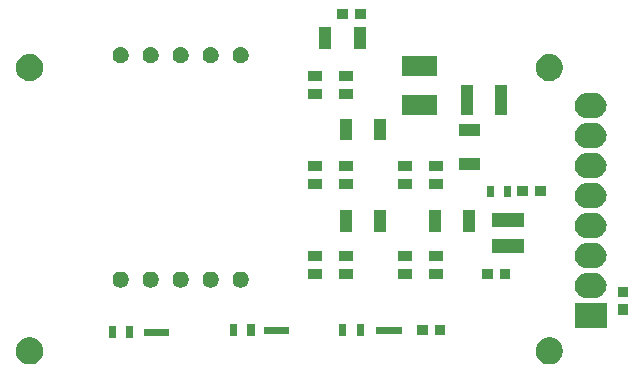
<source format=gts>
G04 #@! TF.GenerationSoftware,KiCad,Pcbnew,(5.1.4)-1*
G04 #@! TF.CreationDate,2020-02-23T17:45:57-05:00*
G04 #@! TF.ProjectId,Dash_Warning_Panel,44617368-5f57-4617-926e-696e675f5061,rev?*
G04 #@! TF.SameCoordinates,Original*
G04 #@! TF.FileFunction,Soldermask,Top*
G04 #@! TF.FilePolarity,Negative*
%FSLAX46Y46*%
G04 Gerber Fmt 4.6, Leading zero omitted, Abs format (unit mm)*
G04 Created by KiCad (PCBNEW (5.1.4)-1) date 2020-02-23 17:45:57*
%MOMM*%
%LPD*%
G04 APERTURE LIST*
%ADD10C,0.100000*%
G04 APERTURE END LIST*
D10*
G36*
X216335675Y-138893424D02*
G01*
X216422425Y-138929357D01*
X216545108Y-138980174D01*
X216733592Y-139106115D01*
X216893885Y-139266408D01*
X217019826Y-139454892D01*
X217070643Y-139577575D01*
X217106576Y-139664325D01*
X217150800Y-139886655D01*
X217150800Y-140113345D01*
X217106576Y-140335675D01*
X217070643Y-140422425D01*
X217019826Y-140545108D01*
X216893885Y-140733592D01*
X216733592Y-140893885D01*
X216545108Y-141019826D01*
X216422425Y-141070643D01*
X216335675Y-141106576D01*
X216113345Y-141150800D01*
X215886655Y-141150800D01*
X215664325Y-141106576D01*
X215577575Y-141070643D01*
X215454892Y-141019826D01*
X215266408Y-140893885D01*
X215106115Y-140733592D01*
X214980174Y-140545108D01*
X214929357Y-140422425D01*
X214893424Y-140335675D01*
X214849200Y-140113345D01*
X214849200Y-139886655D01*
X214893424Y-139664325D01*
X214929357Y-139577575D01*
X214980174Y-139454892D01*
X215106115Y-139266408D01*
X215266408Y-139106115D01*
X215454892Y-138980174D01*
X215577575Y-138929357D01*
X215664325Y-138893424D01*
X215886655Y-138849200D01*
X216113345Y-138849200D01*
X216335675Y-138893424D01*
X216335675Y-138893424D01*
G37*
G36*
X172335675Y-138893424D02*
G01*
X172422425Y-138929357D01*
X172545108Y-138980174D01*
X172733592Y-139106115D01*
X172893885Y-139266408D01*
X173019826Y-139454892D01*
X173070643Y-139577575D01*
X173106576Y-139664325D01*
X173150800Y-139886655D01*
X173150800Y-140113345D01*
X173106576Y-140335675D01*
X173070643Y-140422425D01*
X173019826Y-140545108D01*
X172893885Y-140733592D01*
X172733592Y-140893885D01*
X172545108Y-141019826D01*
X172422425Y-141070643D01*
X172335675Y-141106576D01*
X172113345Y-141150800D01*
X171886655Y-141150800D01*
X171664325Y-141106576D01*
X171577575Y-141070643D01*
X171454892Y-141019826D01*
X171266408Y-140893885D01*
X171106115Y-140733592D01*
X170980174Y-140545108D01*
X170929357Y-140422425D01*
X170893424Y-140335675D01*
X170849200Y-140113345D01*
X170849200Y-139886655D01*
X170893424Y-139664325D01*
X170929357Y-139577575D01*
X170980174Y-139454892D01*
X171106115Y-139266408D01*
X171266408Y-139106115D01*
X171454892Y-138980174D01*
X171577575Y-138929357D01*
X171664325Y-138893424D01*
X171886655Y-138849200D01*
X172113345Y-138849200D01*
X172335675Y-138893424D01*
X172335675Y-138893424D01*
G37*
G36*
X179300800Y-138930800D02*
G01*
X178699200Y-138930800D01*
X178699200Y-137929200D01*
X179300800Y-137929200D01*
X179300800Y-138930800D01*
X179300800Y-138930800D01*
G37*
G36*
X180800800Y-138930800D02*
G01*
X180199200Y-138930800D01*
X180199200Y-137929200D01*
X180800800Y-137929200D01*
X180800800Y-138930800D01*
X180800800Y-138930800D01*
G37*
G36*
X191050800Y-138750800D02*
G01*
X190449200Y-138750800D01*
X190449200Y-137749200D01*
X191050800Y-137749200D01*
X191050800Y-138750800D01*
X191050800Y-138750800D01*
G37*
G36*
X189550800Y-138750800D02*
G01*
X188949200Y-138750800D01*
X188949200Y-137749200D01*
X189550800Y-137749200D01*
X189550800Y-138750800D01*
X189550800Y-138750800D01*
G37*
G36*
X198800800Y-138750800D02*
G01*
X198199200Y-138750800D01*
X198199200Y-137749200D01*
X198800800Y-137749200D01*
X198800800Y-138750800D01*
X198800800Y-138750800D01*
G37*
G36*
X200300800Y-138750800D02*
G01*
X199699200Y-138750800D01*
X199699200Y-137749200D01*
X200300800Y-137749200D01*
X200300800Y-138750800D01*
X200300800Y-138750800D01*
G37*
G36*
X183820800Y-138730800D02*
G01*
X181679200Y-138730800D01*
X181679200Y-138129200D01*
X183820800Y-138129200D01*
X183820800Y-138730800D01*
X183820800Y-138730800D01*
G37*
G36*
X207200800Y-138675800D02*
G01*
X206299200Y-138675800D01*
X206299200Y-137824200D01*
X207200800Y-137824200D01*
X207200800Y-138675800D01*
X207200800Y-138675800D01*
G37*
G36*
X205700800Y-138675800D02*
G01*
X204799200Y-138675800D01*
X204799200Y-137824200D01*
X205700800Y-137824200D01*
X205700800Y-138675800D01*
X205700800Y-138675800D01*
G37*
G36*
X203505800Y-138550800D02*
G01*
X201364200Y-138550800D01*
X201364200Y-137949200D01*
X203505800Y-137949200D01*
X203505800Y-138550800D01*
X203505800Y-138550800D01*
G37*
G36*
X193980800Y-138550800D02*
G01*
X191839200Y-138550800D01*
X191839200Y-137949200D01*
X193980800Y-137949200D01*
X193980800Y-138550800D01*
X193980800Y-138550800D01*
G37*
G36*
X220850800Y-138050800D02*
G01*
X218149200Y-138050800D01*
X218149200Y-135949200D01*
X220850800Y-135949200D01*
X220850800Y-138050800D01*
X220850800Y-138050800D01*
G37*
G36*
X222675800Y-136950800D02*
G01*
X221824200Y-136950800D01*
X221824200Y-136049200D01*
X222675800Y-136049200D01*
X222675800Y-136950800D01*
X222675800Y-136950800D01*
G37*
G36*
X220005991Y-133424404D02*
G01*
X220204072Y-133484491D01*
X220386617Y-133582064D01*
X220546623Y-133713377D01*
X220677936Y-133873383D01*
X220775509Y-134055928D01*
X220835596Y-134254009D01*
X220855884Y-134460000D01*
X220835596Y-134665991D01*
X220775509Y-134864072D01*
X220677936Y-135046617D01*
X220546623Y-135206623D01*
X220386617Y-135337936D01*
X220204072Y-135435509D01*
X220005991Y-135495596D01*
X219851621Y-135510800D01*
X219148379Y-135510800D01*
X218994009Y-135495596D01*
X218795928Y-135435509D01*
X218613383Y-135337936D01*
X218453377Y-135206623D01*
X218322064Y-135046617D01*
X218224491Y-134864072D01*
X218164404Y-134665991D01*
X218144116Y-134460000D01*
X218164404Y-134254009D01*
X218224491Y-134055928D01*
X218322064Y-133873383D01*
X218453377Y-133713377D01*
X218613383Y-133582064D01*
X218795928Y-133484491D01*
X218994009Y-133424404D01*
X219148379Y-133409200D01*
X219851621Y-133409200D01*
X220005991Y-133424404D01*
X220005991Y-133424404D01*
G37*
G36*
X222675800Y-135450800D02*
G01*
X221824200Y-135450800D01*
X221824200Y-134549200D01*
X222675800Y-134549200D01*
X222675800Y-135450800D01*
X222675800Y-135450800D01*
G37*
G36*
X190062123Y-133310170D02*
G01*
X190185110Y-133361113D01*
X190295796Y-133435071D01*
X190389929Y-133529204D01*
X190463887Y-133639890D01*
X190514830Y-133762877D01*
X190540800Y-133893438D01*
X190540800Y-134026562D01*
X190514830Y-134157123D01*
X190463887Y-134280110D01*
X190389929Y-134390796D01*
X190295796Y-134484929D01*
X190185110Y-134558887D01*
X190062123Y-134609830D01*
X189931562Y-134635800D01*
X189798438Y-134635800D01*
X189667877Y-134609830D01*
X189544890Y-134558887D01*
X189434204Y-134484929D01*
X189340071Y-134390796D01*
X189266113Y-134280110D01*
X189215170Y-134157123D01*
X189189200Y-134026562D01*
X189189200Y-133893438D01*
X189215170Y-133762877D01*
X189266113Y-133639890D01*
X189340071Y-133529204D01*
X189434204Y-133435071D01*
X189544890Y-133361113D01*
X189667877Y-133310170D01*
X189798438Y-133284200D01*
X189931562Y-133284200D01*
X190062123Y-133310170D01*
X190062123Y-133310170D01*
G37*
G36*
X179902123Y-133310170D02*
G01*
X180025110Y-133361113D01*
X180135796Y-133435071D01*
X180229929Y-133529204D01*
X180303887Y-133639890D01*
X180354830Y-133762877D01*
X180380800Y-133893438D01*
X180380800Y-134026562D01*
X180354830Y-134157123D01*
X180303887Y-134280110D01*
X180229929Y-134390796D01*
X180135796Y-134484929D01*
X180025110Y-134558887D01*
X179902123Y-134609830D01*
X179771562Y-134635800D01*
X179638438Y-134635800D01*
X179507877Y-134609830D01*
X179384890Y-134558887D01*
X179274204Y-134484929D01*
X179180071Y-134390796D01*
X179106113Y-134280110D01*
X179055170Y-134157123D01*
X179029200Y-134026562D01*
X179029200Y-133893438D01*
X179055170Y-133762877D01*
X179106113Y-133639890D01*
X179180071Y-133529204D01*
X179274204Y-133435071D01*
X179384890Y-133361113D01*
X179507877Y-133310170D01*
X179638438Y-133284200D01*
X179771562Y-133284200D01*
X179902123Y-133310170D01*
X179902123Y-133310170D01*
G37*
G36*
X184982123Y-133310170D02*
G01*
X185105110Y-133361113D01*
X185215796Y-133435071D01*
X185309929Y-133529204D01*
X185383887Y-133639890D01*
X185434830Y-133762877D01*
X185460800Y-133893438D01*
X185460800Y-134026562D01*
X185434830Y-134157123D01*
X185383887Y-134280110D01*
X185309929Y-134390796D01*
X185215796Y-134484929D01*
X185105110Y-134558887D01*
X184982123Y-134609830D01*
X184851562Y-134635800D01*
X184718438Y-134635800D01*
X184587877Y-134609830D01*
X184464890Y-134558887D01*
X184354204Y-134484929D01*
X184260071Y-134390796D01*
X184186113Y-134280110D01*
X184135170Y-134157123D01*
X184109200Y-134026562D01*
X184109200Y-133893438D01*
X184135170Y-133762877D01*
X184186113Y-133639890D01*
X184260071Y-133529204D01*
X184354204Y-133435071D01*
X184464890Y-133361113D01*
X184587877Y-133310170D01*
X184718438Y-133284200D01*
X184851562Y-133284200D01*
X184982123Y-133310170D01*
X184982123Y-133310170D01*
G37*
G36*
X187522123Y-133310170D02*
G01*
X187645110Y-133361113D01*
X187755796Y-133435071D01*
X187849929Y-133529204D01*
X187923887Y-133639890D01*
X187974830Y-133762877D01*
X188000800Y-133893438D01*
X188000800Y-134026562D01*
X187974830Y-134157123D01*
X187923887Y-134280110D01*
X187849929Y-134390796D01*
X187755796Y-134484929D01*
X187645110Y-134558887D01*
X187522123Y-134609830D01*
X187391562Y-134635800D01*
X187258438Y-134635800D01*
X187127877Y-134609830D01*
X187004890Y-134558887D01*
X186894204Y-134484929D01*
X186800071Y-134390796D01*
X186726113Y-134280110D01*
X186675170Y-134157123D01*
X186649200Y-134026562D01*
X186649200Y-133893438D01*
X186675170Y-133762877D01*
X186726113Y-133639890D01*
X186800071Y-133529204D01*
X186894204Y-133435071D01*
X187004890Y-133361113D01*
X187127877Y-133310170D01*
X187258438Y-133284200D01*
X187391562Y-133284200D01*
X187522123Y-133310170D01*
X187522123Y-133310170D01*
G37*
G36*
X182442123Y-133310170D02*
G01*
X182565110Y-133361113D01*
X182675796Y-133435071D01*
X182769929Y-133529204D01*
X182843887Y-133639890D01*
X182894830Y-133762877D01*
X182920800Y-133893438D01*
X182920800Y-134026562D01*
X182894830Y-134157123D01*
X182843887Y-134280110D01*
X182769929Y-134390796D01*
X182675796Y-134484929D01*
X182565110Y-134558887D01*
X182442123Y-134609830D01*
X182311562Y-134635800D01*
X182178438Y-134635800D01*
X182047877Y-134609830D01*
X181924890Y-134558887D01*
X181814204Y-134484929D01*
X181720071Y-134390796D01*
X181646113Y-134280110D01*
X181595170Y-134157123D01*
X181569200Y-134026562D01*
X181569200Y-133893438D01*
X181595170Y-133762877D01*
X181646113Y-133639890D01*
X181720071Y-133529204D01*
X181814204Y-133435071D01*
X181924890Y-133361113D01*
X182047877Y-133310170D01*
X182178438Y-133284200D01*
X182311562Y-133284200D01*
X182442123Y-133310170D01*
X182442123Y-133310170D01*
G37*
G36*
X212700800Y-133925800D02*
G01*
X211799200Y-133925800D01*
X211799200Y-133074200D01*
X212700800Y-133074200D01*
X212700800Y-133925800D01*
X212700800Y-133925800D01*
G37*
G36*
X211200800Y-133925800D02*
G01*
X210299200Y-133925800D01*
X210299200Y-133074200D01*
X211200800Y-133074200D01*
X211200800Y-133925800D01*
X211200800Y-133925800D01*
G37*
G36*
X207005800Y-133890800D02*
G01*
X205804200Y-133890800D01*
X205804200Y-133039200D01*
X207005800Y-133039200D01*
X207005800Y-133890800D01*
X207005800Y-133890800D01*
G37*
G36*
X204405800Y-133890800D02*
G01*
X203204200Y-133890800D01*
X203204200Y-133039200D01*
X204405800Y-133039200D01*
X204405800Y-133890800D01*
X204405800Y-133890800D01*
G37*
G36*
X199385800Y-133890800D02*
G01*
X198184200Y-133890800D01*
X198184200Y-133039200D01*
X199385800Y-133039200D01*
X199385800Y-133890800D01*
X199385800Y-133890800D01*
G37*
G36*
X196785800Y-133890800D02*
G01*
X195584200Y-133890800D01*
X195584200Y-133039200D01*
X196785800Y-133039200D01*
X196785800Y-133890800D01*
X196785800Y-133890800D01*
G37*
G36*
X220005991Y-130884404D02*
G01*
X220204072Y-130944491D01*
X220386617Y-131042064D01*
X220546623Y-131173377D01*
X220677936Y-131333383D01*
X220775509Y-131515928D01*
X220835596Y-131714009D01*
X220855884Y-131920000D01*
X220835596Y-132125991D01*
X220775509Y-132324072D01*
X220677936Y-132506617D01*
X220546623Y-132666623D01*
X220386617Y-132797936D01*
X220204072Y-132895509D01*
X220005991Y-132955596D01*
X219851621Y-132970800D01*
X219148379Y-132970800D01*
X218994009Y-132955596D01*
X218795928Y-132895509D01*
X218613383Y-132797936D01*
X218453377Y-132666623D01*
X218322064Y-132506617D01*
X218224491Y-132324072D01*
X218164404Y-132125991D01*
X218144116Y-131920000D01*
X218164404Y-131714009D01*
X218224491Y-131515928D01*
X218322064Y-131333383D01*
X218453377Y-131173377D01*
X218613383Y-131042064D01*
X218795928Y-130944491D01*
X218994009Y-130884404D01*
X219148379Y-130869200D01*
X219851621Y-130869200D01*
X220005991Y-130884404D01*
X220005991Y-130884404D01*
G37*
G36*
X207005800Y-132390800D02*
G01*
X205804200Y-132390800D01*
X205804200Y-131539200D01*
X207005800Y-131539200D01*
X207005800Y-132390800D01*
X207005800Y-132390800D01*
G37*
G36*
X204405800Y-132390800D02*
G01*
X203204200Y-132390800D01*
X203204200Y-131539200D01*
X204405800Y-131539200D01*
X204405800Y-132390800D01*
X204405800Y-132390800D01*
G37*
G36*
X196785800Y-132390800D02*
G01*
X195584200Y-132390800D01*
X195584200Y-131539200D01*
X196785800Y-131539200D01*
X196785800Y-132390800D01*
X196785800Y-132390800D01*
G37*
G36*
X199385800Y-132390800D02*
G01*
X198184200Y-132390800D01*
X198184200Y-131539200D01*
X199385800Y-131539200D01*
X199385800Y-132390800D01*
X199385800Y-132390800D01*
G37*
G36*
X213825800Y-131680800D02*
G01*
X211174200Y-131680800D01*
X211174200Y-130519200D01*
X213825800Y-130519200D01*
X213825800Y-131680800D01*
X213825800Y-131680800D01*
G37*
G36*
X220005991Y-128344404D02*
G01*
X220204072Y-128404491D01*
X220386617Y-128502064D01*
X220546623Y-128633377D01*
X220677936Y-128793383D01*
X220775509Y-128975928D01*
X220835596Y-129174009D01*
X220855884Y-129380000D01*
X220835596Y-129585991D01*
X220775509Y-129784072D01*
X220677936Y-129966617D01*
X220546623Y-130126623D01*
X220386617Y-130257936D01*
X220204072Y-130355509D01*
X220005991Y-130415596D01*
X219851621Y-130430800D01*
X219148379Y-130430800D01*
X218994009Y-130415596D01*
X218795928Y-130355509D01*
X218613383Y-130257936D01*
X218453377Y-130126623D01*
X218322064Y-129966617D01*
X218224491Y-129784072D01*
X218164404Y-129585991D01*
X218144116Y-129380000D01*
X218164404Y-129174009D01*
X218224491Y-128975928D01*
X218322064Y-128793383D01*
X218453377Y-128633377D01*
X218613383Y-128502064D01*
X218795928Y-128404491D01*
X218994009Y-128344404D01*
X219148379Y-128329200D01*
X219851621Y-128329200D01*
X220005991Y-128344404D01*
X220005991Y-128344404D01*
G37*
G36*
X209700800Y-129900800D02*
G01*
X208699200Y-129900800D01*
X208699200Y-128099200D01*
X209700800Y-128099200D01*
X209700800Y-129900800D01*
X209700800Y-129900800D01*
G37*
G36*
X206800800Y-129900800D02*
G01*
X205799200Y-129900800D01*
X205799200Y-128099200D01*
X206800800Y-128099200D01*
X206800800Y-129900800D01*
X206800800Y-129900800D01*
G37*
G36*
X202200800Y-129900800D02*
G01*
X201199200Y-129900800D01*
X201199200Y-128099200D01*
X202200800Y-128099200D01*
X202200800Y-129900800D01*
X202200800Y-129900800D01*
G37*
G36*
X199300800Y-129900800D02*
G01*
X198299200Y-129900800D01*
X198299200Y-128099200D01*
X199300800Y-128099200D01*
X199300800Y-129900800D01*
X199300800Y-129900800D01*
G37*
G36*
X213825800Y-129480800D02*
G01*
X211174200Y-129480800D01*
X211174200Y-128319200D01*
X213825800Y-128319200D01*
X213825800Y-129480800D01*
X213825800Y-129480800D01*
G37*
G36*
X220005991Y-125804404D02*
G01*
X220204072Y-125864491D01*
X220386617Y-125962064D01*
X220546623Y-126093377D01*
X220677936Y-126253383D01*
X220775509Y-126435928D01*
X220835596Y-126634009D01*
X220855884Y-126840000D01*
X220835596Y-127045991D01*
X220775509Y-127244072D01*
X220677936Y-127426617D01*
X220546623Y-127586623D01*
X220386617Y-127717936D01*
X220204072Y-127815509D01*
X220005991Y-127875596D01*
X219851621Y-127890800D01*
X219148379Y-127890800D01*
X218994009Y-127875596D01*
X218795928Y-127815509D01*
X218613383Y-127717936D01*
X218453377Y-127586623D01*
X218322064Y-127426617D01*
X218224491Y-127244072D01*
X218164404Y-127045991D01*
X218144116Y-126840000D01*
X218164404Y-126634009D01*
X218224491Y-126435928D01*
X218322064Y-126253383D01*
X218453377Y-126093377D01*
X218613383Y-125962064D01*
X218795928Y-125864491D01*
X218994009Y-125804404D01*
X219148379Y-125789200D01*
X219851621Y-125789200D01*
X220005991Y-125804404D01*
X220005991Y-125804404D01*
G37*
G36*
X211300800Y-127000800D02*
G01*
X210699200Y-127000800D01*
X210699200Y-125999200D01*
X211300800Y-125999200D01*
X211300800Y-127000800D01*
X211300800Y-127000800D01*
G37*
G36*
X212800800Y-127000800D02*
G01*
X212199200Y-127000800D01*
X212199200Y-125999200D01*
X212800800Y-125999200D01*
X212800800Y-127000800D01*
X212800800Y-127000800D01*
G37*
G36*
X215700800Y-126925800D02*
G01*
X214799200Y-126925800D01*
X214799200Y-126074200D01*
X215700800Y-126074200D01*
X215700800Y-126925800D01*
X215700800Y-126925800D01*
G37*
G36*
X214200800Y-126925800D02*
G01*
X213299200Y-126925800D01*
X213299200Y-126074200D01*
X214200800Y-126074200D01*
X214200800Y-126925800D01*
X214200800Y-126925800D01*
G37*
G36*
X207005800Y-126270800D02*
G01*
X205804200Y-126270800D01*
X205804200Y-125419200D01*
X207005800Y-125419200D01*
X207005800Y-126270800D01*
X207005800Y-126270800D01*
G37*
G36*
X204405800Y-126270800D02*
G01*
X203204200Y-126270800D01*
X203204200Y-125419200D01*
X204405800Y-125419200D01*
X204405800Y-126270800D01*
X204405800Y-126270800D01*
G37*
G36*
X196785800Y-126270800D02*
G01*
X195584200Y-126270800D01*
X195584200Y-125419200D01*
X196785800Y-125419200D01*
X196785800Y-126270800D01*
X196785800Y-126270800D01*
G37*
G36*
X199385800Y-126270800D02*
G01*
X198184200Y-126270800D01*
X198184200Y-125419200D01*
X199385800Y-125419200D01*
X199385800Y-126270800D01*
X199385800Y-126270800D01*
G37*
G36*
X220005991Y-123264404D02*
G01*
X220204072Y-123324491D01*
X220386617Y-123422064D01*
X220546623Y-123553377D01*
X220677936Y-123713383D01*
X220775509Y-123895928D01*
X220835596Y-124094009D01*
X220855884Y-124300000D01*
X220835596Y-124505991D01*
X220775509Y-124704072D01*
X220677936Y-124886617D01*
X220546623Y-125046623D01*
X220386617Y-125177936D01*
X220204072Y-125275509D01*
X220005991Y-125335596D01*
X219851621Y-125350800D01*
X219148379Y-125350800D01*
X218994009Y-125335596D01*
X218795928Y-125275509D01*
X218613383Y-125177936D01*
X218453377Y-125046623D01*
X218322064Y-124886617D01*
X218224491Y-124704072D01*
X218164404Y-124505991D01*
X218144116Y-124300000D01*
X218164404Y-124094009D01*
X218224491Y-123895928D01*
X218322064Y-123713383D01*
X218453377Y-123553377D01*
X218613383Y-123422064D01*
X218795928Y-123324491D01*
X218994009Y-123264404D01*
X219148379Y-123249200D01*
X219851621Y-123249200D01*
X220005991Y-123264404D01*
X220005991Y-123264404D01*
G37*
G36*
X196785800Y-124770800D02*
G01*
X195584200Y-124770800D01*
X195584200Y-123919200D01*
X196785800Y-123919200D01*
X196785800Y-124770800D01*
X196785800Y-124770800D01*
G37*
G36*
X199385800Y-124770800D02*
G01*
X198184200Y-124770800D01*
X198184200Y-123919200D01*
X199385800Y-123919200D01*
X199385800Y-124770800D01*
X199385800Y-124770800D01*
G37*
G36*
X204405800Y-124770800D02*
G01*
X203204200Y-124770800D01*
X203204200Y-123919200D01*
X204405800Y-123919200D01*
X204405800Y-124770800D01*
X204405800Y-124770800D01*
G37*
G36*
X207005800Y-124770800D02*
G01*
X205804200Y-124770800D01*
X205804200Y-123919200D01*
X207005800Y-123919200D01*
X207005800Y-124770800D01*
X207005800Y-124770800D01*
G37*
G36*
X210150800Y-124700800D02*
G01*
X208349200Y-124700800D01*
X208349200Y-123699200D01*
X210150800Y-123699200D01*
X210150800Y-124700800D01*
X210150800Y-124700800D01*
G37*
G36*
X220005991Y-120724404D02*
G01*
X220204072Y-120784491D01*
X220386617Y-120882064D01*
X220546623Y-121013377D01*
X220677936Y-121173383D01*
X220775509Y-121355928D01*
X220835596Y-121554009D01*
X220855884Y-121760000D01*
X220835596Y-121965991D01*
X220775509Y-122164072D01*
X220677936Y-122346617D01*
X220546623Y-122506623D01*
X220386617Y-122637936D01*
X220204072Y-122735509D01*
X220005991Y-122795596D01*
X219851621Y-122810800D01*
X219148379Y-122810800D01*
X218994009Y-122795596D01*
X218795928Y-122735509D01*
X218613383Y-122637936D01*
X218453377Y-122506623D01*
X218322064Y-122346617D01*
X218224491Y-122164072D01*
X218164404Y-121965991D01*
X218144116Y-121760000D01*
X218164404Y-121554009D01*
X218224491Y-121355928D01*
X218322064Y-121173383D01*
X218453377Y-121013377D01*
X218613383Y-120882064D01*
X218795928Y-120784491D01*
X218994009Y-120724404D01*
X219148379Y-120709200D01*
X219851621Y-120709200D01*
X220005991Y-120724404D01*
X220005991Y-120724404D01*
G37*
G36*
X199300800Y-122150800D02*
G01*
X198299200Y-122150800D01*
X198299200Y-120349200D01*
X199300800Y-120349200D01*
X199300800Y-122150800D01*
X199300800Y-122150800D01*
G37*
G36*
X202200800Y-122150800D02*
G01*
X201199200Y-122150800D01*
X201199200Y-120349200D01*
X202200800Y-120349200D01*
X202200800Y-122150800D01*
X202200800Y-122150800D01*
G37*
G36*
X210150800Y-121800800D02*
G01*
X208349200Y-121800800D01*
X208349200Y-120799200D01*
X210150800Y-120799200D01*
X210150800Y-121800800D01*
X210150800Y-121800800D01*
G37*
G36*
X220005991Y-118184404D02*
G01*
X220204072Y-118244491D01*
X220386617Y-118342064D01*
X220546623Y-118473377D01*
X220677936Y-118633383D01*
X220775509Y-118815928D01*
X220835596Y-119014009D01*
X220855884Y-119220000D01*
X220835596Y-119425991D01*
X220775509Y-119624072D01*
X220677936Y-119806617D01*
X220546623Y-119966623D01*
X220386617Y-120097936D01*
X220204072Y-120195509D01*
X220005991Y-120255596D01*
X219851621Y-120270800D01*
X219148379Y-120270800D01*
X218994009Y-120255596D01*
X218795928Y-120195509D01*
X218613383Y-120097936D01*
X218453377Y-119966623D01*
X218322064Y-119806617D01*
X218224491Y-119624072D01*
X218164404Y-119425991D01*
X218144116Y-119220000D01*
X218164404Y-119014009D01*
X218224491Y-118815928D01*
X218322064Y-118633383D01*
X218453377Y-118473377D01*
X218613383Y-118342064D01*
X218795928Y-118244491D01*
X218994009Y-118184404D01*
X219148379Y-118169200D01*
X219851621Y-118169200D01*
X220005991Y-118184404D01*
X220005991Y-118184404D01*
G37*
G36*
X212450800Y-120050800D02*
G01*
X211449200Y-120050800D01*
X211449200Y-117449200D01*
X212450800Y-117449200D01*
X212450800Y-120050800D01*
X212450800Y-120050800D01*
G37*
G36*
X209550800Y-120050800D02*
G01*
X208549200Y-120050800D01*
X208549200Y-117449200D01*
X209550800Y-117449200D01*
X209550800Y-120050800D01*
X209550800Y-120050800D01*
G37*
G36*
X206500800Y-120000800D02*
G01*
X203499200Y-120000800D01*
X203499200Y-118299200D01*
X206500800Y-118299200D01*
X206500800Y-120000800D01*
X206500800Y-120000800D01*
G37*
G36*
X199385800Y-118650800D02*
G01*
X198184200Y-118650800D01*
X198184200Y-117799200D01*
X199385800Y-117799200D01*
X199385800Y-118650800D01*
X199385800Y-118650800D01*
G37*
G36*
X196785800Y-118650800D02*
G01*
X195584200Y-118650800D01*
X195584200Y-117799200D01*
X196785800Y-117799200D01*
X196785800Y-118650800D01*
X196785800Y-118650800D01*
G37*
G36*
X196785800Y-117150800D02*
G01*
X195584200Y-117150800D01*
X195584200Y-116299200D01*
X196785800Y-116299200D01*
X196785800Y-117150800D01*
X196785800Y-117150800D01*
G37*
G36*
X172335675Y-114893424D02*
G01*
X172422425Y-114929357D01*
X172545108Y-114980174D01*
X172733592Y-115106115D01*
X172893885Y-115266408D01*
X173019826Y-115454892D01*
X173062901Y-115558886D01*
X173106576Y-115664325D01*
X173150800Y-115886655D01*
X173150800Y-116113345D01*
X173106576Y-116335675D01*
X173070643Y-116422425D01*
X173019826Y-116545108D01*
X172893885Y-116733592D01*
X172733592Y-116893885D01*
X172545108Y-117019826D01*
X172422425Y-117070643D01*
X172335675Y-117106576D01*
X172113345Y-117150800D01*
X171886655Y-117150800D01*
X171664325Y-117106576D01*
X171577575Y-117070643D01*
X171454892Y-117019826D01*
X171266408Y-116893885D01*
X171106115Y-116733592D01*
X170980174Y-116545108D01*
X170929357Y-116422425D01*
X170893424Y-116335675D01*
X170849200Y-116113345D01*
X170849200Y-115886655D01*
X170893424Y-115664325D01*
X170937099Y-115558886D01*
X170980174Y-115454892D01*
X171106115Y-115266408D01*
X171266408Y-115106115D01*
X171454892Y-114980174D01*
X171577575Y-114929357D01*
X171664325Y-114893424D01*
X171886655Y-114849200D01*
X172113345Y-114849200D01*
X172335675Y-114893424D01*
X172335675Y-114893424D01*
G37*
G36*
X199385800Y-117150800D02*
G01*
X198184200Y-117150800D01*
X198184200Y-116299200D01*
X199385800Y-116299200D01*
X199385800Y-117150800D01*
X199385800Y-117150800D01*
G37*
G36*
X216335675Y-114893424D02*
G01*
X216422425Y-114929357D01*
X216545108Y-114980174D01*
X216733592Y-115106115D01*
X216893885Y-115266408D01*
X217019826Y-115454892D01*
X217062901Y-115558886D01*
X217106576Y-115664325D01*
X217150800Y-115886655D01*
X217150800Y-116113345D01*
X217106576Y-116335675D01*
X217070643Y-116422425D01*
X217019826Y-116545108D01*
X216893885Y-116733592D01*
X216733592Y-116893885D01*
X216545108Y-117019826D01*
X216422425Y-117070643D01*
X216335675Y-117106576D01*
X216113345Y-117150800D01*
X215886655Y-117150800D01*
X215664325Y-117106576D01*
X215577575Y-117070643D01*
X215454892Y-117019826D01*
X215266408Y-116893885D01*
X215106115Y-116733592D01*
X214980174Y-116545108D01*
X214929357Y-116422425D01*
X214893424Y-116335675D01*
X214849200Y-116113345D01*
X214849200Y-115886655D01*
X214893424Y-115664325D01*
X214937099Y-115558886D01*
X214980174Y-115454892D01*
X215106115Y-115266408D01*
X215266408Y-115106115D01*
X215454892Y-114980174D01*
X215577575Y-114929357D01*
X215664325Y-114893424D01*
X215886655Y-114849200D01*
X216113345Y-114849200D01*
X216335675Y-114893424D01*
X216335675Y-114893424D01*
G37*
G36*
X206500800Y-116700800D02*
G01*
X203499200Y-116700800D01*
X203499200Y-114999200D01*
X206500800Y-114999200D01*
X206500800Y-116700800D01*
X206500800Y-116700800D01*
G37*
G36*
X187522123Y-114310170D02*
G01*
X187645110Y-114361113D01*
X187755796Y-114435071D01*
X187849929Y-114529204D01*
X187923887Y-114639890D01*
X187974830Y-114762877D01*
X188000800Y-114893438D01*
X188000800Y-115026562D01*
X187974830Y-115157123D01*
X187923887Y-115280110D01*
X187849929Y-115390796D01*
X187755796Y-115484929D01*
X187645110Y-115558887D01*
X187522123Y-115609830D01*
X187391562Y-115635800D01*
X187258438Y-115635800D01*
X187127877Y-115609830D01*
X187004890Y-115558887D01*
X186894204Y-115484929D01*
X186800071Y-115390796D01*
X186726113Y-115280110D01*
X186675170Y-115157123D01*
X186649200Y-115026562D01*
X186649200Y-114893438D01*
X186675170Y-114762877D01*
X186726113Y-114639890D01*
X186800071Y-114529204D01*
X186894204Y-114435071D01*
X187004890Y-114361113D01*
X187127877Y-114310170D01*
X187258438Y-114284200D01*
X187391562Y-114284200D01*
X187522123Y-114310170D01*
X187522123Y-114310170D01*
G37*
G36*
X190062123Y-114310170D02*
G01*
X190185110Y-114361113D01*
X190295796Y-114435071D01*
X190389929Y-114529204D01*
X190463887Y-114639890D01*
X190514830Y-114762877D01*
X190540800Y-114893438D01*
X190540800Y-115026562D01*
X190514830Y-115157123D01*
X190463887Y-115280110D01*
X190389929Y-115390796D01*
X190295796Y-115484929D01*
X190185110Y-115558887D01*
X190062123Y-115609830D01*
X189931562Y-115635800D01*
X189798438Y-115635800D01*
X189667877Y-115609830D01*
X189544890Y-115558887D01*
X189434204Y-115484929D01*
X189340071Y-115390796D01*
X189266113Y-115280110D01*
X189215170Y-115157123D01*
X189189200Y-115026562D01*
X189189200Y-114893438D01*
X189215170Y-114762877D01*
X189266113Y-114639890D01*
X189340071Y-114529204D01*
X189434204Y-114435071D01*
X189544890Y-114361113D01*
X189667877Y-114310170D01*
X189798438Y-114284200D01*
X189931562Y-114284200D01*
X190062123Y-114310170D01*
X190062123Y-114310170D01*
G37*
G36*
X179902123Y-114310170D02*
G01*
X180025110Y-114361113D01*
X180135796Y-114435071D01*
X180229929Y-114529204D01*
X180303887Y-114639890D01*
X180354830Y-114762877D01*
X180380800Y-114893438D01*
X180380800Y-115026562D01*
X180354830Y-115157123D01*
X180303887Y-115280110D01*
X180229929Y-115390796D01*
X180135796Y-115484929D01*
X180025110Y-115558887D01*
X179902123Y-115609830D01*
X179771562Y-115635800D01*
X179638438Y-115635800D01*
X179507877Y-115609830D01*
X179384890Y-115558887D01*
X179274204Y-115484929D01*
X179180071Y-115390796D01*
X179106113Y-115280110D01*
X179055170Y-115157123D01*
X179029200Y-115026562D01*
X179029200Y-114893438D01*
X179055170Y-114762877D01*
X179106113Y-114639890D01*
X179180071Y-114529204D01*
X179274204Y-114435071D01*
X179384890Y-114361113D01*
X179507877Y-114310170D01*
X179638438Y-114284200D01*
X179771562Y-114284200D01*
X179902123Y-114310170D01*
X179902123Y-114310170D01*
G37*
G36*
X184982123Y-114310170D02*
G01*
X185105110Y-114361113D01*
X185215796Y-114435071D01*
X185309929Y-114529204D01*
X185383887Y-114639890D01*
X185434830Y-114762877D01*
X185460800Y-114893438D01*
X185460800Y-115026562D01*
X185434830Y-115157123D01*
X185383887Y-115280110D01*
X185309929Y-115390796D01*
X185215796Y-115484929D01*
X185105110Y-115558887D01*
X184982123Y-115609830D01*
X184851562Y-115635800D01*
X184718438Y-115635800D01*
X184587877Y-115609830D01*
X184464890Y-115558887D01*
X184354204Y-115484929D01*
X184260071Y-115390796D01*
X184186113Y-115280110D01*
X184135170Y-115157123D01*
X184109200Y-115026562D01*
X184109200Y-114893438D01*
X184135170Y-114762877D01*
X184186113Y-114639890D01*
X184260071Y-114529204D01*
X184354204Y-114435071D01*
X184464890Y-114361113D01*
X184587877Y-114310170D01*
X184718438Y-114284200D01*
X184851562Y-114284200D01*
X184982123Y-114310170D01*
X184982123Y-114310170D01*
G37*
G36*
X182442123Y-114310170D02*
G01*
X182565110Y-114361113D01*
X182675796Y-114435071D01*
X182769929Y-114529204D01*
X182843887Y-114639890D01*
X182894830Y-114762877D01*
X182920800Y-114893438D01*
X182920800Y-115026562D01*
X182894830Y-115157123D01*
X182843887Y-115280110D01*
X182769929Y-115390796D01*
X182675796Y-115484929D01*
X182565110Y-115558887D01*
X182442123Y-115609830D01*
X182311562Y-115635800D01*
X182178438Y-115635800D01*
X182047877Y-115609830D01*
X181924890Y-115558887D01*
X181814204Y-115484929D01*
X181720071Y-115390796D01*
X181646113Y-115280110D01*
X181595170Y-115157123D01*
X181569200Y-115026562D01*
X181569200Y-114893438D01*
X181595170Y-114762877D01*
X181646113Y-114639890D01*
X181720071Y-114529204D01*
X181814204Y-114435071D01*
X181924890Y-114361113D01*
X182047877Y-114310170D01*
X182178438Y-114284200D01*
X182311562Y-114284200D01*
X182442123Y-114310170D01*
X182442123Y-114310170D01*
G37*
G36*
X200450800Y-114400800D02*
G01*
X199449200Y-114400800D01*
X199449200Y-112599200D01*
X200450800Y-112599200D01*
X200450800Y-114400800D01*
X200450800Y-114400800D01*
G37*
G36*
X197550800Y-114400800D02*
G01*
X196549200Y-114400800D01*
X196549200Y-112599200D01*
X197550800Y-112599200D01*
X197550800Y-114400800D01*
X197550800Y-114400800D01*
G37*
G36*
X200450800Y-111925800D02*
G01*
X199549200Y-111925800D01*
X199549200Y-111074200D01*
X200450800Y-111074200D01*
X200450800Y-111925800D01*
X200450800Y-111925800D01*
G37*
G36*
X198950800Y-111925800D02*
G01*
X198049200Y-111925800D01*
X198049200Y-111074200D01*
X198950800Y-111074200D01*
X198950800Y-111925800D01*
X198950800Y-111925800D01*
G37*
M02*

</source>
